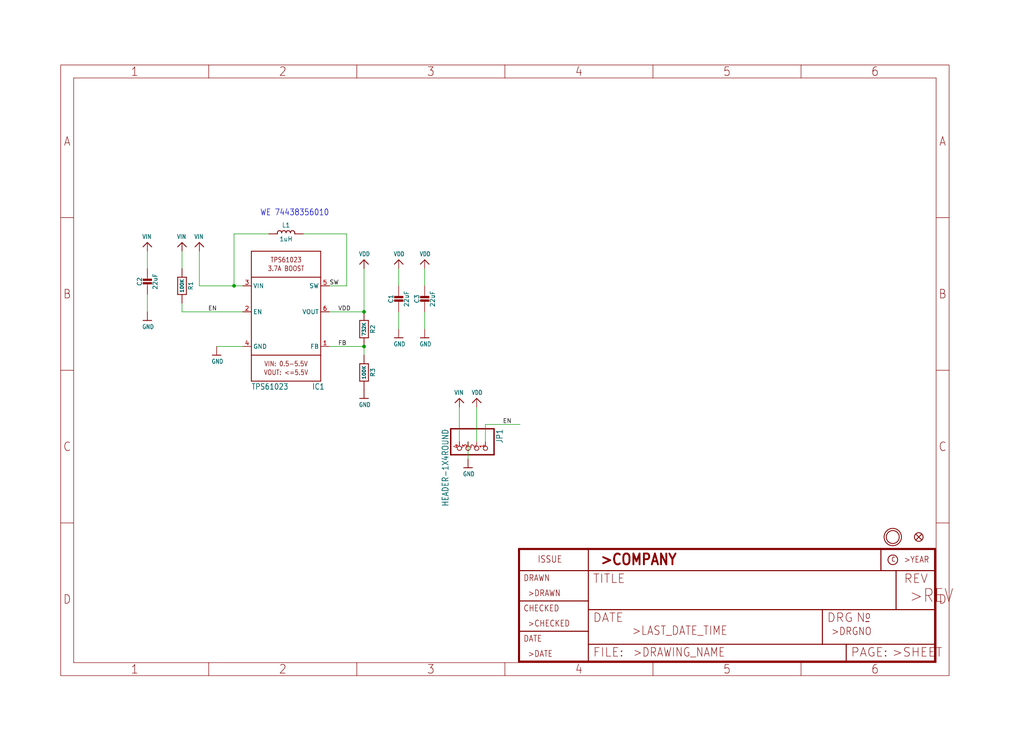
<source format=kicad_sch>
(kicad_sch (version 20211123) (generator eeschema)
  (paper "User" 300.076 217.881)
  (lib_symbols
    (symbol "eagleSchem-eagle-import:CAP_CERAMIC0805-NOOUTLINE"
      (property "Reference" "C" (at -2.29 1.25 90))
      (property "Value" "CAP_CERAMIC0805-NOOUTLINE" (at 2.3 1.25 90))
      (symbol "CAP_CERAMIC0805-NOOUTLINE_1_0"
        (rectangle (start -1.27 0.508) (end 1.27 1.016) (fill (type outline)))
        (rectangle (start -1.27 1.524) (end 1.27 2.032) (fill (type outline)))
        (polyline (pts (xy 0 0.762) (xy 0 0)) (stroke (width 0.1524)))
        (polyline (pts (xy 0 2.54) (xy 0 1.778)) (stroke (width 0.1524)))
        (pin passive line (at 0 5.08 270) (length 2.54) (name "1") (number "1"))
        (pin passive line (at 0 -2.54 90) (length 2.54) (name "2") (number "2"))
      )
    )
    (symbol "eagleSchem-eagle-import:FIDUCIAL_1MM"
      (symbol "FIDUCIAL_1MM_1_0"
        (polyline (pts (xy -0.762 0.762) (xy 0.762 -0.762)) (stroke (width 0.254)))
        (polyline (pts (xy 0.762 0.762) (xy -0.762 -0.762)) (stroke (width 0.254)))
        (circle (center 0 0) (radius 1.27) (stroke (width 0.254)))
      )
    )
    (symbol "eagleSchem-eagle-import:FRAME_A4"
      (symbol "FRAME_A4_1_0"
        (polyline (pts (xy 0 44.7675) (xy 3.81 44.7675)))
        (polyline (pts (xy 0 89.535) (xy 3.81 89.535)))
        (polyline (pts (xy 0 134.3025) (xy 3.81 134.3025)))
        (polyline (pts (xy 3.81 3.81) (xy 3.81 175.26)))
        (polyline (pts (xy 43.3917 0) (xy 43.3917 3.81)))
        (polyline (pts (xy 43.3917 175.26) (xy 43.3917 179.07)))
        (polyline (pts (xy 86.7833 0) (xy 86.7833 3.81)))
        (polyline (pts (xy 86.7833 175.26) (xy 86.7833 179.07)))
        (polyline (pts (xy 130.175 0) (xy 130.175 3.81)))
        (polyline (pts (xy 130.175 175.26) (xy 130.175 179.07)))
        (polyline (pts (xy 173.5667 0) (xy 173.5667 3.81)))
        (polyline (pts (xy 173.5667 175.26) (xy 173.5667 179.07)))
        (polyline (pts (xy 216.9583 0) (xy 216.9583 3.81)))
        (polyline (pts (xy 216.9583 175.26) (xy 216.9583 179.07)))
        (polyline (pts (xy 256.54 3.81) (xy 3.81 3.81)))
        (polyline (pts (xy 256.54 3.81) (xy 256.54 8.89)) (stroke (width 0.1016)))
        (polyline (pts (xy 256.54 3.81) (xy 256.54 175.26)))
        (polyline (pts (xy 256.54 8.89) (xy 256.54 13.97)) (stroke (width 0.1016)))
        (polyline (pts (xy 256.54 13.97) (xy 256.54 19.05)) (stroke (width 0.1016)))
        (polyline (pts (xy 256.54 19.05) (xy 256.54 36.83)) (stroke (width 0.1016)))
        (polyline (pts (xy 256.54 44.7675) (xy 260.35 44.7675)))
        (polyline (pts (xy 256.54 89.535) (xy 260.35 89.535)))
        (polyline (pts (xy 256.54 134.3025) (xy 260.35 134.3025)))
        (polyline (pts (xy 256.54 175.26) (xy 3.81 175.26)))
        (polyline (pts (xy 0 0) (xy 260.35 0) (xy 260.35 179.07) (xy 0 179.07) (xy 0 0)))
        (text "1" (at 21.6958 1.905 0) (effects (font (size 2.54 2.286))))
        (text "1" (at 21.6958 177.165 0) (effects (font (size 2.54 2.286))))
        (text "2" (at 65.0875 1.905 0) (effects (font (size 2.54 2.286))))
        (text "2" (at 65.0875 177.165 0) (effects (font (size 2.54 2.286))))
        (text "3" (at 108.4792 1.905 0) (effects (font (size 2.54 2.286))))
        (text "3" (at 108.4792 177.165 0) (effects (font (size 2.54 2.286))))
        (text "4" (at 151.8708 1.905 0) (effects (font (size 2.54 2.286))))
        (text "4" (at 151.8708 177.165 0) (effects (font (size 2.54 2.286))))
        (text "5" (at 195.2625 1.905 0) (effects (font (size 2.54 2.286))))
        (text "5" (at 195.2625 177.165 0) (effects (font (size 2.54 2.286))))
        (text "6" (at 238.6542 1.905 0) (effects (font (size 2.54 2.286))))
        (text "6" (at 238.6542 177.165 0) (effects (font (size 2.54 2.286))))
        (text "A" (at 1.905 156.6863 0) (effects (font (size 2.54 2.286))))
        (text "A" (at 258.445 156.6863 0) (effects (font (size 2.54 2.286))))
        (text "B" (at 1.905 111.9188 0) (effects (font (size 2.54 2.286))))
        (text "B" (at 258.445 111.9188 0) (effects (font (size 2.54 2.286))))
        (text "C" (at 1.905 67.1513 0) (effects (font (size 2.54 2.286))))
        (text "C" (at 258.445 67.1513 0) (effects (font (size 2.54 2.286))))
        (text "D" (at 1.905 22.3838 0) (effects (font (size 2.54 2.286))))
        (text "D" (at 258.445 22.3838 0) (effects (font (size 2.54 2.286))))
      )
      (symbol "FRAME_A4_2_0"
        (polyline (pts (xy -0.3048 1.5748) (xy 20.0152 1.5748)) (stroke (width 0.6096)))
        (polyline (pts (xy -0.3048 10.4648) (xy -0.3048 1.5748)) (stroke (width 0.6096)))
        (polyline (pts (xy -0.3048 10.4648) (xy 20.0152 10.4648)) (stroke (width 0.3048)))
        (polyline (pts (xy -0.3048 19.3548) (xy -0.3048 10.4648)) (stroke (width 0.6096)))
        (polyline (pts (xy -0.3048 19.3548) (xy 20.0152 19.3548)) (stroke (width 0.3048)))
        (polyline (pts (xy -0.3048 28.2448) (xy -0.3048 19.3548)) (stroke (width 0.6096)))
        (polyline (pts (xy -0.3048 28.2448) (xy 20.0152 28.2448)) (stroke (width 0.3048)))
        (polyline (pts (xy -0.3048 34.5948) (xy -0.3048 28.2448)) (stroke (width 0.6096)))
        (polyline (pts (xy 20.0152 1.5748) (xy 20.0152 6.6548)) (stroke (width 0.3048)))
        (polyline (pts (xy 20.0152 1.5748) (xy 95.5802 1.5748)) (stroke (width 0.6096)))
        (polyline (pts (xy 20.0152 6.6548) (xy 20.0152 10.4648)) (stroke (width 0.3048)))
        (polyline (pts (xy 20.0152 6.6548) (xy 88.5952 6.6548)) (stroke (width 0.3048)))
        (polyline (pts (xy 20.0152 10.4648) (xy 20.0152 16.8148)) (stroke (width 0.3048)))
        (polyline (pts (xy 20.0152 16.8148) (xy 20.0152 19.3548)) (stroke (width 0.3048)))
        (polyline (pts (xy 20.0152 19.3548) (xy 20.0152 28.2448)) (stroke (width 0.3048)))
        (polyline (pts (xy 20.0152 28.2448) (xy 20.0152 34.5948)) (stroke (width 0.3048)))
        (polyline (pts (xy 20.0152 28.2448) (xy 105.7402 28.2448)) (stroke (width 0.3048)))
        (polyline (pts (xy 20.0152 34.5948) (xy -0.3048 34.5948)) (stroke (width 0.6096)))
        (polyline (pts (xy 88.5952 6.6548) (xy 95.5802 6.6548)) (stroke (width 0.3048)))
        (polyline (pts (xy 88.5952 16.8148) (xy 20.0152 16.8148)) (stroke (width 0.3048)))
        (polyline (pts (xy 88.5952 16.8148) (xy 88.5952 6.6548)) (stroke (width 0.3048)))
        (polyline (pts (xy 95.5802 1.5748) (xy 121.6152 1.5748)) (stroke (width 0.6096)))
        (polyline (pts (xy 95.5802 6.6548) (xy 95.5802 1.5748)) (stroke (width 0.3048)))
        (polyline (pts (xy 95.5802 6.6548) (xy 121.6152 6.6548)) (stroke (width 0.3048)))
        (polyline (pts (xy 101.2952 13.3223) (xy 102.2477 13.3223)) (stroke (width 0.254)))
        (polyline (pts (xy 105.7402 28.2448) (xy 105.7402 34.5948)) (stroke (width 0.3048)))
        (polyline (pts (xy 105.7402 28.2448) (xy 110.1852 28.2448)) (stroke (width 0.3048)))
        (polyline (pts (xy 105.7402 34.5948) (xy 20.0152 34.5948)) (stroke (width 0.6096)))
        (polyline (pts (xy 110.1852 16.8148) (xy 88.5952 16.8148)) (stroke (width 0.3048)))
        (polyline (pts (xy 110.1852 28.2448) (xy 110.1852 16.8148)) (stroke (width 0.3048)))
        (polyline (pts (xy 110.1852 28.2448) (xy 121.6152 28.2448)) (stroke (width 0.3048)))
        (polyline (pts (xy 121.6152 6.6548) (xy 121.6152 1.5748)) (stroke (width 0.6096)))
        (polyline (pts (xy 121.6152 16.8148) (xy 110.1852 16.8148)) (stroke (width 0.3048)))
        (polyline (pts (xy 121.6152 16.8148) (xy 121.6152 6.6548)) (stroke (width 0.6096)))
        (polyline (pts (xy 121.6152 28.2448) (xy 121.6152 16.8148)) (stroke (width 0.6096)))
        (polyline (pts (xy 121.6152 34.5948) (xy 105.7402 34.5948)) (stroke (width 0.6096)))
        (polyline (pts (xy 121.6152 34.5948) (xy 121.6152 28.2448)) (stroke (width 0.6096)))
        (circle (center 109.2327 31.4198) (radius 1.4199) (stroke (width 0.254)))
        (text ">CHECKED" (at 2.2352 11.7348 0) (effects (font (size 1.778 1.5113)) (justify left bottom)))
        (text ">COMPANY" (at 23.349 29.6735 0) (effects (font (size 3.175 2.6987) (thickness 0.5397) bold) (justify left bottom)))
        (text ">DATE" (at 2.2352 2.8448 0) (effects (font (size 1.778 1.5113)) (justify left bottom)))
        (text ">DRAWING_NAME" (at 33.0327 2.8448 0) (effects (font (size 2.54 2.159)) (justify left bottom)))
        (text ">DRAWN" (at 2.2352 20.6248 0) (effects (font (size 1.778 1.5113)) (justify left bottom)))
        (text ">DRGNO" (at 91.1352 9.1948 0) (effects (font (size 2.1844 1.8567)) (justify left bottom)))
        (text ">LAST_DATE_TIME" (at 32.7152 9.1948 0) (effects (font (size 2.54 2.159)) (justify left bottom)))
        (text ">REV" (at 113.9952 18.7198 0) (effects (font (size 3.81 3.2385)) (justify left bottom)))
        (text ">SHEET" (at 108.9152 2.8448 0) (effects (font (size 2.54 2.54)) (justify left bottom)))
        (text ">YEAR" (at 112.4077 30.4673 0) (effects (font (size 1.778 1.5113)) (justify left bottom)))
        (text "C" (at 108.7564 30.7848 0) (effects (font (size 1.27 1.0795)) (justify left bottom)))
        (text "CHECKED" (at 0.9652 16.1798 0) (effects (font (size 1.778 1.5113)) (justify left bottom)))
        (text "DATE" (at 0.9652 7.2898 0) (effects (font (size 1.778 1.5113)) (justify left bottom)))
        (text "DATE" (at 21.2852 13.0048 0) (effects (font (size 2.54 2.54)) (justify left bottom)))
        (text "DRAWN" (at 0.9652 25.0698 0) (effects (font (size 1.778 1.5113)) (justify left bottom)))
        (text "DRG" (at 89.8652 13.0048 0) (effects (font (size 2.54 2.54)) (justify left bottom)))
        (text "FILE:" (at 21.2852 2.8448 0) (effects (font (size 2.54 2.54)) (justify left bottom)))
        (text "ISSUE" (at 5.0927 30.4673 0) (effects (font (size 1.9304 1.6408)) (justify left bottom)))
        (text "N" (at 98.4377 13.0048 0) (effects (font (size 2.54 2.54)) (justify left bottom)))
        (text "o" (at 100.9777 13.9573 0) (effects (font (size 2.1844 1.8567)) (justify left bottom)))
        (text "PAGE:" (at 96.8502 2.8448 0) (effects (font (size 2.54 2.54)) (justify left bottom)))
        (text "REV" (at 112.4077 24.4348 0) (effects (font (size 2.54 2.54)) (justify left bottom)))
        (text "TITLE" (at 21.2852 24.4348 0) (effects (font (size 2.54 2.54)) (justify left bottom)))
      )
    )
    (symbol "eagleSchem-eagle-import:GND" (power)
      (property "Value" "GND" (at -1.524 -2.54 0))
      (symbol "GND_1_0"
        (polyline (pts (xy -1.27 0) (xy 1.27 0)) (stroke (width 0.254)))
        (pin power_in line (at 0 2.54 270) (length 2.54) (name "GND") (number "1"))
      )
    )
    (symbol "eagleSchem-eagle-import:HEADER-1X4ROUND"
      (property "Reference" "JP" (at -6.35 8.255 0))
      (property "Value" "HEADER-1X4ROUND" (at -6.35 -7.62 0))
      (symbol "HEADER-1X4ROUND_1_0"
        (polyline (pts (xy -6.35 -5.08) (xy 1.27 -5.08)) (stroke (width 0.4064)))
        (polyline (pts (xy -6.35 7.62) (xy -6.35 -5.08)) (stroke (width 0.4064)))
        (polyline (pts (xy 1.27 -5.08) (xy 1.27 7.62)) (stroke (width 0.4064)))
        (polyline (pts (xy 1.27 7.62) (xy -6.35 7.62)) (stroke (width 0.4064)))
        (pin passive inverted (at -2.54 5.08 0) (length 2.54) (name "1") (number "1"))
        (pin passive inverted (at -2.54 2.54 0) (length 2.54) (name "2") (number "2"))
        (pin passive inverted (at -2.54 0 0) (length 2.54) (name "3") (number "3"))
        (pin passive inverted (at -2.54 -2.54 0) (length 2.54) (name "4") (number "4"))
      )
    )
    (symbol "eagleSchem-eagle-import:INDUCTORTDK_VLC5045"
      (property "Reference" "L" (at 0 2.54 0))
      (property "Value" "INDUCTORTDK_VLC5045" (at 0 -1.54 0))
      (symbol "INDUCTORTDK_VLC5045_1_0"
        (arc (start -1.27 0.3175) (mid -1.905 0.9524) (end -2.54 0.3175) (stroke (width 0.254)))
        (polyline (pts (xy -2.54 0.3175) (xy -2.54 0)) (stroke (width 0.254)))
        (polyline (pts (xy 2.54 0.3175) (xy 2.54 0)) (stroke (width 0.254)))
        (arc (start 0 0.3175) (mid -0.635 0.9524) (end -1.27 0.3175) (stroke (width 0.254)))
        (arc (start 1.27 0.3175) (mid 0.635 0.9524) (end 0 0.3175) (stroke (width 0.254)))
        (arc (start 2.54 0.3175) (mid 1.905 0.9524) (end 1.27 0.3175) (stroke (width 0.254)))
        (pin passive line (at -5.08 0 0) (length 2.54) (name "1") (number "P$1"))
        (pin passive line (at 5.08 0 180) (length 2.54) (name "2") (number "P$2"))
      )
    )
    (symbol "eagleSchem-eagle-import:MOUNTINGHOLE2.5"
      (symbol "MOUNTINGHOLE2.5_1_0"
        (circle (center 0 0) (radius 1.905) (stroke (width 0.254)))
        (circle (center 0 0) (radius 2.54) (stroke (width 0.254)))
      )
    )
    (symbol "eagleSchem-eagle-import:RESISTOR_0603_NOOUT"
      (property "Reference" "R" (at 0 2.54 0))
      (property "Value" "RESISTOR_0603_NOOUT" (at 0 0 0))
      (symbol "RESISTOR_0603_NOOUT_1_0"
        (polyline (pts (xy -2.54 -1.27) (xy -2.54 1.27)) (stroke (width 0.254)))
        (polyline (pts (xy -2.54 1.27) (xy 2.54 1.27)) (stroke (width 0.254)))
        (polyline (pts (xy 2.54 -1.27) (xy -2.54 -1.27)) (stroke (width 0.254)))
        (polyline (pts (xy 2.54 1.27) (xy 2.54 -1.27)) (stroke (width 0.254)))
        (pin passive line (at -5.08 0 0) (length 2.54) (name "1") (number "1"))
        (pin passive line (at 5.08 0 180) (length 2.54) (name "2") (number "2"))
      )
    )
    (symbol "eagleSchem-eagle-import:TPS61023"
      (property "Reference" "IC" (at -10.16 22.86 0))
      (property "Value" "TPS61023" (at -10.16 -20.32 0))
      (symbol "TPS61023_1_0"
        (polyline (pts (xy -10.16 -17.78) (xy 10.16 -17.78)) (stroke (width 0.254)))
        (polyline (pts (xy -10.16 -10.16) (xy -10.16 -17.78)) (stroke (width 0.254)))
        (polyline (pts (xy -10.16 -10.16) (xy -10.16 12.7)) (stroke (width 0.254)))
        (polyline (pts (xy -10.16 12.7) (xy -10.16 20.32)) (stroke (width 0.254)))
        (polyline (pts (xy -10.16 12.7) (xy 10.16 12.7)) (stroke (width 0.254)))
        (polyline (pts (xy -10.16 20.32) (xy 10.16 20.32)) (stroke (width 0.254)))
        (polyline (pts (xy 10.16 -17.78) (xy 10.16 -10.16)) (stroke (width 0.254)))
        (polyline (pts (xy 10.16 -10.16) (xy -10.16 -10.16)) (stroke (width 0.254)))
        (polyline (pts (xy 10.16 12.7) (xy 10.16 -10.16)) (stroke (width 0.254)))
        (polyline (pts (xy 10.16 20.32) (xy 10.16 12.7)) (stroke (width 0.254)))
        (text "3.7A BOOST" (at 0 15.24 0) (effects (font (size 1.4224 1.209))))
        (text "TPS61023" (at 0 17.78 0) (effects (font (size 1.4224 1.209))))
        (text "VIN: 0.5-5.5V" (at 0 -12.7 0) (effects (font (size 1.4224 1.209))))
        (text "VOUT: <=5.5V" (at 0 -15.24 0) (effects (font (size 1.4224 1.209))))
        (pin input line (at 12.7 -7.62 180) (length 2.54) (name "FB") (number "1"))
        (pin input line (at -12.7 2.54 0) (length 2.54) (name "EN") (number "2"))
        (pin power_in line (at -12.7 10.16 0) (length 2.54) (name "VIN") (number "3"))
        (pin power_in line (at -12.7 -7.62 0) (length 2.54) (name "GND") (number "4"))
        (pin input line (at 12.7 10.16 180) (length 2.54) (name "SW") (number "5"))
        (pin power_in line (at 12.7 2.54 180) (length 2.54) (name "VOUT") (number "6"))
      )
    )
    (symbol "eagleSchem-eagle-import:VDD" (power)
      (property "Value" "VDD" (at -1.524 1.016 0))
      (symbol "VDD_1_0"
        (polyline (pts (xy -1.27 -1.27) (xy 0 0)) (stroke (width 0.254)))
        (polyline (pts (xy 0 0) (xy 1.27 -1.27)) (stroke (width 0.254)))
        (pin power_in line (at 0 -2.54 90) (length 2.54) (name "VDD") (number "1"))
      )
    )
    (symbol "eagleSchem-eagle-import:VIN" (power)
      (property "Value" "VIN" (at -1.524 1.016 0))
      (symbol "VIN_1_0"
        (polyline (pts (xy -1.27 -1.27) (xy 0 0)) (stroke (width 0.254)))
        (polyline (pts (xy 0 0) (xy 1.27 -1.27)) (stroke (width 0.254)))
        (pin power_in line (at 0 -2.54 90) (length 2.54) (name "VIN") (number "1"))
      )
    )
  )
  (junction (at 106.68 101.6))
  (junction (at 106.68 91.44))
  (junction (at 68.58 83.82))
  (wire (pts (xy 96.52 101.6) (xy 106.68 101.6)))
  (wire (pts (xy 53.34 91.44) (xy 53.34 88.9)))
  (wire (pts (xy 116.84 91.44) (xy 116.84 96.52)))
  (wire (pts (xy 53.34 78.74) (xy 53.34 73.66)))
  (wire (pts (xy 43.18 86.36) (xy 43.18 91.44)))
  (wire (pts (xy 78.74 68.58) (xy 68.58 68.58)))
  (wire (pts (xy 106.68 101.6) (xy 106.68 104.14)))
  (wire (pts (xy 124.46 78.74) (xy 124.46 83.82)))
  (wire (pts (xy 71.12 91.44) (xy 53.34 91.44)))
  (wire (pts (xy 152.4 124.46) (xy 142.24 124.46)))
  (wire (pts (xy 58.42 73.66) (xy 58.42 83.82)))
  (wire (pts (xy 58.42 83.82) (xy 68.58 83.82)))
  (wire (pts (xy 142.24 129.54) (xy 142.24 124.46)))
  (wire (pts (xy 106.68 78.74) (xy 106.68 91.44)))
  (wire (pts (xy 43.18 73.66) (xy 43.18 78.74)))
  (wire (pts (xy 68.58 83.82) (xy 71.12 83.82)))
  (wire (pts (xy 71.12 101.6) (xy 63.5 101.6)))
  (wire (pts (xy 116.84 78.74) (xy 116.84 83.82)))
  (wire (pts (xy 134.62 119.38) (xy 134.62 129.54)))
  (wire (pts (xy 101.6 68.58) (xy 88.9 68.58)))
  (wire (pts (xy 68.58 83.82) (xy 68.58 68.58)))
  (wire (pts (xy 124.46 91.44) (xy 124.46 96.52)))
  (wire (pts (xy 106.68 91.44) (xy 96.52 91.44)))
  (wire (pts (xy 101.6 83.82) (xy 101.6 68.58)))
  (wire (pts (xy 96.52 83.82) (xy 101.6 83.82)))
  (wire (pts (xy 137.16 129.54) (xy 137.16 134.62)))
  (wire (pts (xy 139.7 119.38) (xy 139.7 129.54)))
  (text "WE 74438356010" (at 76.2 63.5 180) (effects (font (size 1.778 1.5113)) (justify left bottom)))
  (label "FB" (at 99.06 101.6 0) (effects (font (size 1.2446 1.2446))))
  (label "SW" (at 96.52 83.82 0) (effects (font (size 1.2446 1.2446))))
  (label "EN" (at 147.32 124.46 0) (effects (font (size 1.2446 1.2446))))
  (label "VDD" (at 99.06 91.44 0) (effects (font (size 1.2446 1.2446))))
  (label "EN" (at 60.96 91.44 0) (effects (font (size 1.2446 1.2446))))
  (symbol (lib_id "eagleSchem-eagle-import:GND") (at 137.16 137.16 0) (unit 1)
    (property "Reference" "#U$8" (effects hide))
    (property "Value" "GND" (at 135.636 139.7 0) (effects (font (size 1.27 1.0795)) (justify left bottom)))
    (property "Footprint" "eagleSchem:" (effects hide))
  )
  (symbol (lib_id "eagleSchem-eagle-import:CAP_CERAMIC0805-NOOUTLINE") (at 116.84 88.9 0) (unit 1)
    (property "Reference" "C1" (at 114.55 87.65 90))
    (property "Value" "22uF" (at 119.14 87.65 90))
    (property "Footprint" "eagleSchem:0805-NO" (effects hide))
  )
  (symbol (lib_id "eagleSchem-eagle-import:HEADER-1X4ROUND") (at 137.16 132.08 270) (unit 1)
    (property "Reference" "JP1" (at 145.415 125.73 0) (effects (font (size 1.778 1.5113)) (justify left bottom)))
    (property "Value" "HEADER-1X4ROUND" (at 129.54 125.73 0) (effects (font (size 1.778 1.5113)) (justify left bottom)))
    (property "Footprint" "eagleSchem:1X04_ROUND" (effects hide))
  )
  (symbol (lib_id "eagleSchem-eagle-import:CAP_CERAMIC0805-NOOUTLINE") (at 43.18 83.82 0) (unit 1)
    (property "Reference" "C2" (at 40.89 82.57 90))
    (property "Value" "22uF" (at 45.48 82.57 90))
    (property "Footprint" "eagleSchem:0805-NO" (effects hide))
  )
  (symbol (lib_id "eagleSchem-eagle-import:VDD") (at 139.7 116.84 0) (unit 1)
    (property "Reference" "#U$7" (effects hide))
    (property "Value" "VDD" (at 138.176 115.824 0) (effects (font (size 1.27 1.0795)) (justify left bottom)))
    (property "Footprint" "eagleSchem:" (effects hide))
  )
  (symbol (lib_id "eagleSchem-eagle-import:VDD") (at 106.68 76.2 0) (unit 1)
    (property "Reference" "#U$15" (effects hide))
    (property "Value" "VDD" (at 105.156 75.184 0) (effects (font (size 1.27 1.0795)) (justify left bottom)))
    (property "Footprint" "eagleSchem:" (effects hide))
  )
  (symbol (lib_id "eagleSchem-eagle-import:GND") (at 43.18 93.98 0) (unit 1)
    (property "Reference" "#U$3" (effects hide))
    (property "Value" "GND" (at 41.656 96.52 0) (effects (font (size 1.27 1.0795)) (justify left bottom)))
    (property "Footprint" "eagleSchem:" (effects hide))
  )
  (symbol (lib_id "eagleSchem-eagle-import:TPS61023") (at 83.82 93.98 0) (unit 1)
    (property "Reference" "IC1" (at 91.44 114.3 0) (effects (font (size 1.6764 1.4249)) (justify left bottom)))
    (property "Value" "TPS61023" (at 73.66 114.3 0) (effects (font (size 1.6764 1.4249)) (justify left bottom)))
    (property "Footprint" "eagleSchem:SOT563" (effects hide))
  )
  (symbol (lib_id "eagleSchem-eagle-import:GND") (at 116.84 99.06 0) (unit 1)
    (property "Reference" "#U$1" (effects hide))
    (property "Value" "GND" (at 115.316 101.6 0) (effects (font (size 1.27 1.0795)) (justify left bottom)))
    (property "Footprint" "eagleSchem:" (effects hide))
  )
  (symbol (lib_id "eagleSchem-eagle-import:VIN") (at 134.62 116.84 0) (unit 1)
    (property "Reference" "#U$6" (effects hide))
    (property "Value" "VIN" (at 133.096 115.824 0) (effects (font (size 1.27 1.0795)) (justify left bottom)))
    (property "Footprint" "eagleSchem:" (effects hide))
  )
  (symbol (lib_id "eagleSchem-eagle-import:FRAME_A4") (at 17.78 198.12 0) (unit 1)
    (property "Reference" "#FRAME1" (effects hide))
    (property "Value" "FRAME_A4" (effects hide))
    (property "Footprint" "eagleSchem:" (effects hide))
  )
  (symbol (lib_id "eagleSchem-eagle-import:VIN") (at 43.18 71.12 0) (unit 1)
    (property "Reference" "#U$4" (effects hide))
    (property "Value" "VIN" (at 41.656 70.104 0) (effects (font (size 1.27 1.0795)) (justify left bottom)))
    (property "Footprint" "eagleSchem:" (effects hide))
  )
  (symbol (lib_id "eagleSchem-eagle-import:GND") (at 63.5 104.14 0) (unit 1)
    (property "Reference" "#U$13" (effects hide))
    (property "Value" "GND" (at 61.976 106.68 0) (effects (font (size 1.27 1.0795)) (justify left bottom)))
    (property "Footprint" "eagleSchem:" (effects hide))
  )
  (symbol (lib_id "eagleSchem-eagle-import:CAP_CERAMIC0805-NOOUTLINE") (at 124.46 88.9 0) (unit 1)
    (property "Reference" "C3" (at 122.17 87.65 90))
    (property "Value" "22uF" (at 126.76 87.65 90))
    (property "Footprint" "eagleSchem:0805-NO" (effects hide))
  )
  (symbol (lib_id "eagleSchem-eagle-import:GND") (at 124.46 99.06 0) (unit 1)
    (property "Reference" "#U$17" (effects hide))
    (property "Value" "GND" (at 122.936 101.6 0) (effects (font (size 1.27 1.0795)) (justify left bottom)))
    (property "Footprint" "eagleSchem:" (effects hide))
  )
  (symbol (lib_id "eagleSchem-eagle-import:VIN") (at 58.42 71.12 0) (unit 1)
    (property "Reference" "#U$14" (effects hide))
    (property "Value" "VIN" (at 56.896 70.104 0) (effects (font (size 1.27 1.0795)) (justify left bottom)))
    (property "Footprint" "eagleSchem:" (effects hide))
  )
  (symbol (lib_id "eagleSchem-eagle-import:VDD") (at 124.46 76.2 0) (unit 1)
    (property "Reference" "#U$16" (effects hide))
    (property "Value" "VDD" (at 122.936 75.184 0) (effects (font (size 1.27 1.0795)) (justify left bottom)))
    (property "Footprint" "eagleSchem:" (effects hide))
  )
  (symbol (lib_id "eagleSchem-eagle-import:FRAME_A4") (at 152.4 195.58 0) (unit 2)
    (property "Reference" "#FRAME1" (effects hide))
    (property "Value" "FRAME_A4" (effects hide))
    (property "Footprint" "eagleSchem:" (effects hide))
  )
  (symbol (lib_id "eagleSchem-eagle-import:INDUCTORTDK_VLC5045") (at 83.82 68.58 0) (unit 1)
    (property "Reference" "L1" (at 83.82 66.04 0))
    (property "Value" "1uH" (at 83.82 70.12 0))
    (property "Footprint" "eagleSchem:INDUCTOR_5X5MM_TDK_VLC5045" (effects hide))
  )
  (symbol (lib_id "eagleSchem-eagle-import:RESISTOR_0603_NOOUT") (at 53.34 83.82 270) (unit 1)
    (property "Reference" "R1" (at 55.88 83.82 0))
    (property "Value" "100K" (at 53.34 83.82 0) (effects (font (size 1.016 1.016) bold)))
    (property "Footprint" "eagleSchem:0603-NO" (effects hide))
  )
  (symbol (lib_id "eagleSchem-eagle-import:RESISTOR_0603_NOOUT") (at 106.68 96.52 270) (unit 1)
    (property "Reference" "R2" (at 109.22 96.52 0))
    (property "Value" "732K" (at 106.68 96.52 0) (effects (font (size 1.016 1.016) bold)))
    (property "Footprint" "eagleSchem:0603-NO" (effects hide))
  )
  (symbol (lib_id "eagleSchem-eagle-import:VIN") (at 53.34 71.12 0) (unit 1)
    (property "Reference" "#U$12" (effects hide))
    (property "Value" "VIN" (at 51.816 70.104 0) (effects (font (size 1.27 1.0795)) (justify left bottom)))
    (property "Footprint" "eagleSchem:" (effects hide))
  )
  (symbol (lib_id "eagleSchem-eagle-import:MOUNTINGHOLE2.5") (at 261.62 157.48 0) (unit 1)
    (property "Reference" "U$9" (effects hide))
    (property "Value" "MOUNTINGHOLE2.5" (effects hide))
    (property "Footprint" "eagleSchem:MOUNTINGHOLE_2.5_PLATED" (effects hide))
  )
  (symbol (lib_id "eagleSchem-eagle-import:FIDUCIAL_1MM") (at 269.24 157.48 0) (unit 1)
    (property "Reference" "FID1" (effects hide))
    (property "Value" "FIDUCIAL_1MM" (effects hide))
    (property "Footprint" "eagleSchem:FIDUCIAL_1MM" (effects hide))
  )
  (symbol (lib_id "eagleSchem-eagle-import:GND") (at 106.68 116.84 0) (unit 1)
    (property "Reference" "#U$5" (effects hide))
    (property "Value" "GND" (at 105.156 119.38 0) (effects (font (size 1.27 1.0795)) (justify left bottom)))
    (property "Footprint" "eagleSchem:" (effects hide))
  )
  (symbol (lib_id "eagleSchem-eagle-import:VDD") (at 116.84 76.2 0) (unit 1)
    (property "Reference" "#U$2" (effects hide))
    (property "Value" "VDD" (at 115.316 75.184 0) (effects (font (size 1.27 1.0795)) (justify left bottom)))
    (property "Footprint" "eagleSchem:" (effects hide))
  )
  (symbol (lib_id "eagleSchem-eagle-import:RESISTOR_0603_NOOUT") (at 106.68 109.22 270) (unit 1)
    (property "Reference" "R3" (at 109.22 109.22 0))
    (property "Value" "100K" (at 106.68 109.22 0) (effects (font (size 1.016 1.016) bold)))
    (property "Footprint" "eagleSchem:0603-NO" (effects hide))
  )
)
</source>
